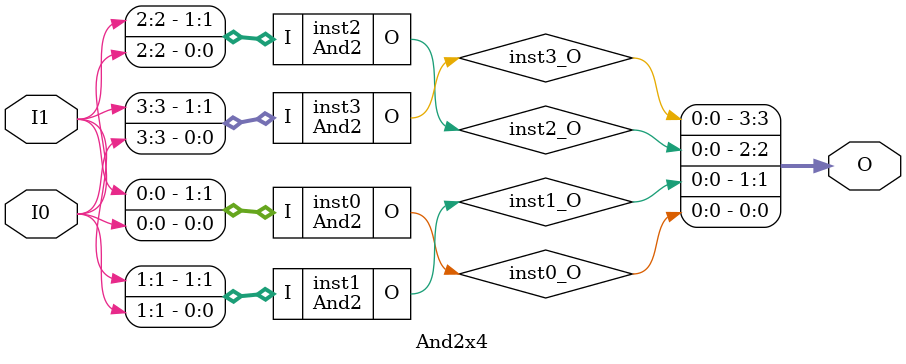
<source format=v>
module And2 (input [1:0] I, output  O);
wire  inst0_O;
SB_LUT4 #(.LUT_INIT(16'h8888)) inst0 (.I0(I[0]), .I1(I[1]), .I2(1'b0), .I3(1'b0), .O(inst0_O));
assign O = inst0_O;
endmodule

module And2x4 (input [3:0] I0, input [3:0] I1, output [3:0] O);
wire  inst0_O;
wire  inst1_O;
wire  inst2_O;
wire  inst3_O;
And2 inst0 (.I({I1[0],I0[0]}), .O(inst0_O));
And2 inst1 (.I({I1[1],I0[1]}), .O(inst1_O));
And2 inst2 (.I({I1[2],I0[2]}), .O(inst2_O));
And2 inst3 (.I({I1[3],I0[3]}), .O(inst3_O));
assign O = {inst3_O,inst2_O,inst1_O,inst0_O};
endmodule


</source>
